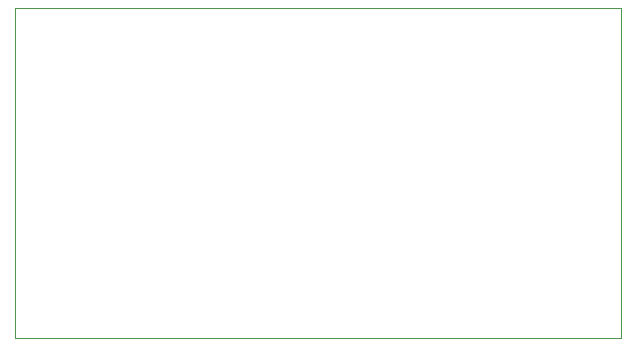
<source format=gm1>
%TF.GenerationSoftware,KiCad,Pcbnew,(5.1.9)-1*%
%TF.CreationDate,2021-07-30T14:52:09-07:00*%
%TF.ProjectId,NullWiiConv2.2,4e756c6c-5769-4694-936f-6e76322e322e,rev?*%
%TF.SameCoordinates,Original*%
%TF.FileFunction,Profile,NP*%
%FSLAX46Y46*%
G04 Gerber Fmt 4.6, Leading zero omitted, Abs format (unit mm)*
G04 Created by KiCad (PCBNEW (5.1.9)-1) date 2021-07-30 14:52:09*
%MOMM*%
%LPD*%
G01*
G04 APERTURE LIST*
%TA.AperFunction,Profile*%
%ADD10C,0.050000*%
%TD*%
G04 APERTURE END LIST*
D10*
X69596000Y-68580000D02*
X69596000Y-96520000D01*
X120904000Y-68580000D02*
X69596000Y-68580000D01*
X120904000Y-96520000D02*
X120904000Y-68580000D01*
X69596000Y-96520000D02*
X120904000Y-96520000D01*
M02*

</source>
